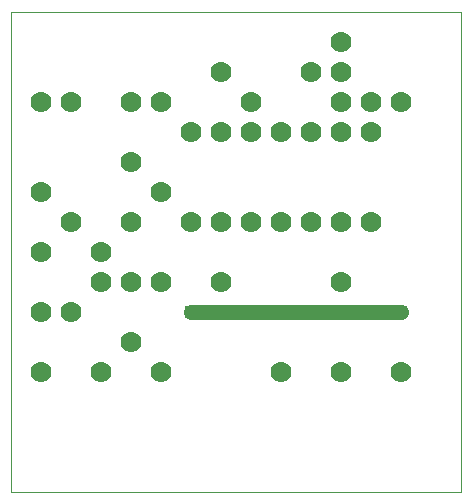
<source format=gtl>
G75*
%MOIN*%
%OFA0B0*%
%FSLAX25Y25*%
%IPPOS*%
%LPD*%
%AMOC8*
5,1,8,0,0,1.08239X$1,22.5*
%
%ADD10C,0.00000*%
%ADD11C,0.07000*%
%ADD12C,0.05000*%
%ADD13R,0.03962X0.03962*%
D10*
X0007738Y0015337D02*
X0157738Y0015337D01*
X0157738Y0175337D01*
X0007738Y0175337D01*
X0007738Y0015337D01*
D11*
X0017738Y0055337D03*
X0017738Y0075337D03*
X0027738Y0075337D03*
X0037738Y0085337D03*
X0047738Y0085337D03*
X0057738Y0085337D03*
X0077738Y0085337D03*
X0077738Y0105337D03*
X0087738Y0105337D03*
X0097738Y0105337D03*
X0107738Y0105337D03*
X0117738Y0105337D03*
X0127738Y0105337D03*
X0117738Y0085337D03*
X0117738Y0055337D03*
X0137738Y0055337D03*
X0097738Y0055337D03*
X0057738Y0055337D03*
X0047738Y0065337D03*
X0037738Y0055337D03*
X0037738Y0095337D03*
X0047738Y0105337D03*
X0057738Y0115337D03*
X0067738Y0105337D03*
X0047738Y0125337D03*
X0047738Y0145337D03*
X0057738Y0145337D03*
X0067738Y0135337D03*
X0077738Y0135337D03*
X0087738Y0135337D03*
X0087738Y0145337D03*
X0097738Y0135337D03*
X0107738Y0135337D03*
X0117738Y0135337D03*
X0117738Y0145337D03*
X0127738Y0145337D03*
X0127738Y0135337D03*
X0137738Y0145337D03*
X0117738Y0155337D03*
X0117738Y0165337D03*
X0107738Y0155337D03*
X0077738Y0155337D03*
X0027738Y0145337D03*
X0017738Y0145337D03*
X0017738Y0115337D03*
X0027738Y0105337D03*
X0017738Y0095337D03*
D12*
X0067738Y0075337D02*
X0137738Y0075337D01*
D13*
X0137738Y0075337D03*
X0067738Y0075337D03*
M02*

</source>
